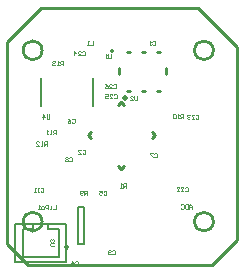
<source format=gbo>
%FSLAX44Y44*%
%MOMM*%
G71*
G01*
G75*
G04 Layer_Color=32896*
%ADD10R,0.5500X0.6000*%
%ADD11R,0.8000X0.8000*%
%ADD12R,0.6000X0.5500*%
%ADD13R,1.4000X1.1500*%
%ADD14R,1.5000X0.3000*%
%ADD15R,0.3000X1.5000*%
G04:AMPARAMS|DCode=16|XSize=1.5mm|YSize=0.3mm|CornerRadius=0mm|HoleSize=0mm|Usage=FLASHONLY|Rotation=90.000|XOffset=0mm|YOffset=0mm|HoleType=Round|Shape=Octagon|*
%AMOCTAGOND16*
4,1,8,0.0750,0.7500,-0.0750,0.7500,-0.1500,0.6750,-0.1500,-0.6750,-0.0750,-0.7500,0.0750,-0.7500,0.1500,-0.6750,0.1500,0.6750,0.0750,0.7500,0.0*
%
%ADD16OCTAGOND16*%

%ADD17C,0.2000*%
%ADD18C,0.5000*%
%ADD19C,0.2540*%
%ADD20C,0.3000*%
%ADD21C,0.2032*%
%ADD22C,0.3048*%
%ADD23C,0.1778*%
%ADD24C,0.3500*%
%ADD25C,0.1800*%
%ADD26R,1.0160X1.5240*%
%ADD27O,1.0160X1.5240*%
%ADD28O,1.5240X1.0160*%
%ADD29R,1.5240X1.0160*%
G04:AMPARAMS|DCode=30|XSize=1.016mm|YSize=1.524mm|CornerRadius=0mm|HoleSize=0mm|Usage=FLASHONLY|Rotation=90.000|XOffset=0mm|YOffset=0mm|HoleType=Round|Shape=Octagon|*
%AMOCTAGOND30*
4,1,8,-0.7620,-0.2540,-0.7620,0.2540,-0.5080,0.5080,0.5080,0.5080,0.7620,0.2540,0.7620,-0.2540,0.5080,-0.5080,-0.5080,-0.5080,-0.7620,-0.2540,0.0*
%
%ADD30OCTAGOND30*%

%ADD31C,0.8000*%
%ADD32C,1.5000*%
%ADD33C,1.0160*%
%ADD34C,1.0000*%
%ADD35C,1.6160*%
%ADD36C,1.4160*%
%ADD37C,2.0160*%
%ADD38R,0.9500X0.9500*%
%ADD39R,1.3000X0.5000*%
%ADD40R,0.5000X1.1000*%
%ADD41R,0.9500X0.9500*%
%ADD42R,0.8000X1.2000*%
%ADD43P,1.3435X4X270.0*%
%ADD44R,0.6000X1.2000*%
G04:AMPARAMS|DCode=45|XSize=0.55mm|YSize=0.6mm|CornerRadius=0mm|HoleSize=0mm|Usage=FLASHONLY|Rotation=135.000|XOffset=0mm|YOffset=0mm|HoleType=Round|Shape=Rectangle|*
%AMROTATEDRECTD45*
4,1,4,0.4066,0.0177,-0.0177,-0.4066,-0.4066,-0.0177,0.0177,0.4066,0.4066,0.0177,0.0*
%
%ADD45ROTATEDRECTD45*%

G04:AMPARAMS|DCode=46|XSize=0.55mm|YSize=0.6mm|CornerRadius=0mm|HoleSize=0mm|Usage=FLASHONLY|Rotation=45.000|XOffset=0mm|YOffset=0mm|HoleType=Round|Shape=Rectangle|*
%AMROTATEDRECTD46*
4,1,4,0.0177,-0.4066,-0.4066,0.0177,-0.0177,0.4066,0.4066,-0.0177,0.0177,-0.4066,0.0*
%
%ADD46ROTATEDRECTD46*%

%ADD47R,1.1000X0.6500*%
G04:AMPARAMS|DCode=48|XSize=0.3454mm|YSize=0.7238mm|CornerRadius=0mm|HoleSize=0mm|Usage=FLASHONLY|Rotation=225.000|XOffset=0mm|YOffset=0mm|HoleType=Round|Shape=Octagon|*
%AMOCTAGOND48*
4,1,8,0.3170,-0.1948,0.1948,-0.3170,0.0727,-0.3170,-0.3170,0.0727,-0.3170,0.1948,-0.1948,0.3170,-0.0727,0.3170,0.3170,-0.0727,0.3170,-0.1948,0.0*
%
%ADD48OCTAGOND48*%

G04:AMPARAMS|DCode=49|XSize=0.3454mm|YSize=0.8mm|CornerRadius=0mm|HoleSize=0mm|Usage=FLASHONLY|Rotation=225.000|XOffset=0mm|YOffset=0mm|HoleType=Round|Shape=Rectangle|*
%AMROTATEDRECTD49*
4,1,4,-0.1607,0.4050,0.4050,-0.1607,0.1607,-0.4050,-0.4050,0.1607,-0.1607,0.4050,0.0*
%
%ADD49ROTATEDRECTD49*%

G04:AMPARAMS|DCode=50|XSize=0.3454mm|YSize=0.8mm|CornerRadius=0mm|HoleSize=0mm|Usage=FLASHONLY|Rotation=135.000|XOffset=0mm|YOffset=0mm|HoleType=Round|Shape=Rectangle|*
%AMROTATEDRECTD50*
4,1,4,0.4050,0.1607,-0.1607,-0.4050,-0.4050,-0.1607,0.1607,0.4050,0.4050,0.1607,0.0*
%
%ADD50ROTATEDRECTD50*%

G04:AMPARAMS|DCode=51|XSize=0.3454mm|YSize=0.8mm|CornerRadius=0mm|HoleSize=0mm|Usage=FLASHONLY|Rotation=135.000|XOffset=0mm|YOffset=0mm|HoleType=Round|Shape=Octagon|*
%AMOCTAGOND51*
4,1,8,-0.2218,-0.3439,-0.3439,-0.2218,-0.3439,-0.0997,0.0997,0.3439,0.2218,0.3439,0.3439,0.2218,0.3439,0.0997,-0.0997,-0.3439,-0.2218,-0.3439,0.0*
%
%ADD51OCTAGOND51*%

G04:AMPARAMS|DCode=52|XSize=0.3454mm|YSize=0.7238mm|CornerRadius=0mm|HoleSize=0mm|Usage=FLASHONLY|Rotation=135.000|XOffset=0mm|YOffset=0mm|HoleType=Round|Shape=Octagon|*
%AMOCTAGOND52*
4,1,8,-0.1948,-0.3170,-0.3170,-0.1948,-0.3170,-0.0727,0.0727,0.3170,0.1948,0.3170,0.3170,0.1948,0.3170,0.0727,-0.0727,-0.3170,-0.1948,-0.3170,0.0*
%
%ADD52OCTAGOND52*%

%ADD53C,0.1700*%
%ADD54C,0.1270*%
%ADD55C,0.1000*%
%ADD56C,0.1524*%
%ADD57C,0.2500*%
%ADD58C,0.1500*%
%ADD59C,0.5080*%
D17*
X-34244Y-91186D02*
X-29244D01*
X-34244Y-60186D02*
X-29244D01*
X-34244Y-91186D02*
Y-60186D01*
X-29244Y-91186D02*
Y-60186D01*
D19*
X80500Y72500D02*
G03*
X80500Y72500I-8000J0D01*
G01*
Y-72500D02*
G03*
X80500Y-72500I-8000J0D01*
G01*
X-64500D02*
G03*
X-64500Y-72500I-8000J0D01*
G01*
Y72500D02*
G03*
X-64500Y72500I-8000J0D01*
G01*
X-93974Y-91434D02*
Y79508D01*
X-65272Y108210D01*
X67570D01*
X100082Y75698D01*
Y-88132D02*
Y75698D01*
X79000Y-109214D02*
X100082Y-88132D01*
X-76194Y-109214D02*
X79000D01*
X-93974Y-91434D02*
X-76194Y-109214D01*
X-6344Y72142D02*
X-5582D01*
Y72650D01*
X-6344D02*
X-5582D01*
X-6344Y72142D02*
Y72650D01*
X32518Y71380D02*
X35058D01*
X19818D02*
X22358D01*
X7118D02*
X9658D01*
X7118Y38360D02*
X9658D01*
X19818D02*
X22358D01*
X32518D02*
X35058D01*
X40138Y52330D02*
Y57410D01*
X768Y52330D02*
Y57410D01*
X-25814Y660D02*
X-23347Y3128D01*
X-25814Y660D02*
X-23347Y-1808D01*
X2470Y28944D02*
X4938Y26477D01*
X2D02*
X2470Y28944D01*
X28286Y-1808D02*
X30754Y660D01*
X28286Y3128D02*
X30754Y660D01*
X2Y-25157D02*
X2470Y-27624D01*
X4938Y-25157D01*
D54*
X-44382Y-106426D02*
Y-74676D01*
X-87122D02*
X-44382D01*
X-59182Y-78486D02*
Y-74676D01*
X-80772Y-78486D02*
X-71882D01*
X-87122Y-106426D02*
Y-74676D01*
X-80772Y-102496D02*
X-50382D01*
Y-78496D01*
X-80772Y-102486D02*
Y-78486D01*
X-59182Y-78496D02*
X-50382D01*
X-71882Y-78486D02*
Y-74676D01*
X-87122Y-106426D02*
X-45212D01*
D55*
X-4105Y43308D02*
X-3521Y43891D01*
X-2355D01*
X-1772Y43308D01*
Y40975D01*
X-2355Y40392D01*
X-3521D01*
X-4105Y40975D01*
X-7603Y40392D02*
X-5271D01*
X-7603Y42725D01*
Y43308D01*
X-7020Y43891D01*
X-5854D01*
X-5271Y43308D01*
X-11102Y43891D02*
X-9936Y43308D01*
X-8770Y42141D01*
Y40975D01*
X-9353Y40392D01*
X-10519D01*
X-11102Y40975D01*
Y41558D01*
X-10519Y42141D01*
X-8770D01*
X-46990Y59944D02*
Y63443D01*
X-48739D01*
X-49323Y62860D01*
Y61693D01*
X-48739Y61110D01*
X-46990D01*
X-48156D02*
X-49323Y59944D01*
X-50489D02*
X-51655D01*
X-51072D01*
Y63443D01*
X-50489Y62860D01*
X-53405D02*
X-53988Y63443D01*
X-55154D01*
X-55737Y62860D01*
Y62277D01*
X-55154Y61693D01*
X-54571D01*
X-55154D01*
X-55737Y61110D01*
Y60527D01*
X-55154Y59944D01*
X-53988D01*
X-53405Y60527D01*
X-58414Y18237D02*
Y15321D01*
X-58997Y14738D01*
X-60163D01*
X-60747Y15321D01*
Y18237D01*
X-63662Y14738D02*
Y18237D01*
X-61913Y16487D01*
X-64245D01*
X-60700Y-8122D02*
Y-4623D01*
X-62449D01*
X-63033Y-5206D01*
Y-6373D01*
X-62449Y-6956D01*
X-60700D01*
X-61866D02*
X-63033Y-8122D01*
X-64199D02*
X-65365D01*
X-64782D01*
Y-4623D01*
X-64199Y-5206D01*
X-69447Y-8122D02*
X-67115D01*
X-69447Y-5789D01*
Y-5206D01*
X-68864Y-4623D01*
X-67698D01*
X-67115Y-5206D01*
X-53080Y1530D02*
Y5029D01*
X-54829D01*
X-55413Y4446D01*
Y3279D01*
X-54829Y2696D01*
X-53080D01*
X-54246D02*
X-55413Y1530D01*
X-56579D02*
X-57745D01*
X-57162D01*
Y5029D01*
X-56579Y4446D01*
X-59495Y1530D02*
X-60661D01*
X-60078D01*
Y5029D01*
X-59495Y4446D01*
X-30781Y71242D02*
X-30197Y71825D01*
X-29031D01*
X-28448Y71242D01*
Y68909D01*
X-29031Y68326D01*
X-30197D01*
X-30781Y68909D01*
X-34279Y68326D02*
X-31947D01*
X-34279Y70659D01*
Y71242D01*
X-33696Y71825D01*
X-32530D01*
X-31947Y71242D01*
X-37195Y68326D02*
Y71825D01*
X-35446Y70075D01*
X-37778D01*
X-3851Y34672D02*
X-3267Y35255D01*
X-2101D01*
X-1518Y34672D01*
Y32339D01*
X-2101Y31756D01*
X-3267D01*
X-3851Y32339D01*
X-7349Y31756D02*
X-5017D01*
X-7349Y34089D01*
Y34672D01*
X-6766Y35255D01*
X-5600D01*
X-5017Y34672D01*
X-10848Y35255D02*
X-8516D01*
Y33505D01*
X-9682Y34089D01*
X-10265D01*
X-10848Y33505D01*
Y32339D01*
X-10265Y31756D01*
X-9099D01*
X-8516Y32339D01*
X54870Y14992D02*
Y18491D01*
X53121D01*
X52537Y17908D01*
Y16741D01*
X53121Y16158D01*
X54870D01*
X53704D02*
X52537Y14992D01*
X51371D02*
X50205D01*
X50788D01*
Y18491D01*
X51371Y17908D01*
X48455D02*
X47872Y18491D01*
X46706D01*
X46123Y17908D01*
Y15575D01*
X46706Y14992D01*
X47872D01*
X48455Y15575D01*
Y17908D01*
X-26664Y-49778D02*
Y-46279D01*
X-28413D01*
X-28997Y-46862D01*
Y-48029D01*
X-28413Y-48612D01*
X-26664D01*
X-27830D02*
X-28997Y-49778D01*
X-30163Y-49195D02*
X-30746Y-49778D01*
X-31912D01*
X-32495Y-49195D01*
Y-46862D01*
X-31912Y-46279D01*
X-30746D01*
X-30163Y-46862D01*
Y-47445D01*
X-30746Y-48029D01*
X-32495D01*
X65491Y17400D02*
X66075Y17983D01*
X67241D01*
X67824Y17400D01*
Y15067D01*
X67241Y14484D01*
X66075D01*
X65491Y15067D01*
X61993Y14484D02*
X64325D01*
X61993Y16817D01*
Y17400D01*
X62576Y17983D01*
X63742D01*
X64325Y17400D01*
X60826D02*
X60243Y17983D01*
X59077D01*
X58494Y17400D01*
Y16817D01*
X59077Y16233D01*
X59660D01*
X59077D01*
X58494Y15650D01*
Y15067D01*
X59077Y14484D01*
X60243D01*
X60826Y15067D01*
X28915Y79884D02*
X29499Y80467D01*
X30665D01*
X31248Y79884D01*
Y77551D01*
X30665Y76968D01*
X29499D01*
X28915Y77551D01*
X27749Y76968D02*
X26583D01*
X27166D01*
Y80467D01*
X27749Y79884D01*
X-53086Y-58477D02*
Y-61976D01*
X-55419D01*
X-56585D02*
X-57751D01*
X-57168D01*
Y-59643D01*
X-56585D01*
X-59501Y-61976D02*
Y-58477D01*
X-61250D01*
X-61833Y-59060D01*
Y-60227D01*
X-61250Y-60810D01*
X-59501D01*
X-63583Y-61976D02*
X-64749D01*
X-65332Y-61393D01*
Y-60227D01*
X-64749Y-59643D01*
X-63583D01*
X-62999Y-60227D01*
Y-61393D01*
X-63583Y-61976D01*
X-66498D02*
X-67665D01*
X-67081D01*
Y-58477D01*
X-66498Y-59060D01*
X-54407Y-92958D02*
X-57323D01*
X-57906Y-92375D01*
Y-91209D01*
X-57323Y-90625D01*
X-54407D01*
X-54990Y-89459D02*
X-54407Y-88876D01*
Y-87710D01*
X-54990Y-87127D01*
X-55573D01*
X-56157Y-87710D01*
Y-88293D01*
Y-87710D01*
X-56740Y-87127D01*
X-57323D01*
X-57906Y-87710D01*
Y-88876D01*
X-57323Y-89459D01*
X-12487Y-47116D02*
X-11903Y-46533D01*
X-10737D01*
X-10154Y-47116D01*
Y-49449D01*
X-10737Y-50032D01*
X-11903D01*
X-12487Y-49449D01*
X-15985Y-46533D02*
X-13653D01*
Y-48283D01*
X-14819Y-47699D01*
X-15402D01*
X-15985Y-48283D01*
Y-49449D01*
X-15402Y-50032D01*
X-14236D01*
X-13653Y-49449D01*
X-36617Y-106552D02*
X-36033Y-105969D01*
X-34867D01*
X-34284Y-106552D01*
Y-108885D01*
X-34867Y-109468D01*
X-36033D01*
X-36617Y-108885D01*
X-39532Y-109468D02*
Y-105969D01*
X-37783Y-107719D01*
X-40115D01*
X-5121Y-97408D02*
X-4537Y-96825D01*
X-3371D01*
X-2788Y-97408D01*
Y-99741D01*
X-3371Y-100324D01*
X-4537D01*
X-5121Y-99741D01*
X-6287Y-97408D02*
X-6870Y-96825D01*
X-8036D01*
X-8619Y-97408D01*
Y-97991D01*
X-8036Y-98575D01*
X-7453D01*
X-8036D01*
X-8619Y-99158D01*
Y-99741D01*
X-8036Y-100324D01*
X-6870D01*
X-6287Y-99741D01*
X-21584Y80721D02*
Y77222D01*
X-23917D01*
X-25083D02*
X-26249D01*
X-25666D01*
Y80721D01*
X-25083Y80138D01*
X-6090Y69291D02*
Y66375D01*
X-6673Y65792D01*
X-7839D01*
X-8423Y66375D01*
Y69291D01*
X-9589Y65792D02*
X-10755D01*
X-10172D01*
Y69291D01*
X-9589Y68708D01*
X-30267Y-12064D02*
X-29683Y-11481D01*
X-28517D01*
X-27934Y-12064D01*
Y-14397D01*
X-28517Y-14980D01*
X-29683D01*
X-30267Y-14397D01*
X-33765Y-14980D02*
X-31433D01*
X-33765Y-12647D01*
Y-12064D01*
X-33182Y-11481D01*
X-32016D01*
X-31433Y-12064D01*
X-39411Y14098D02*
X-38827Y14681D01*
X-37661D01*
X-37078Y14098D01*
Y11765D01*
X-37661Y11182D01*
X-38827D01*
X-39411Y11765D01*
X-42909Y14681D02*
X-41743Y14098D01*
X-40577Y12931D01*
Y11765D01*
X-41160Y11182D01*
X-42326D01*
X-42909Y11765D01*
Y12348D01*
X-42326Y12931D01*
X-40577D01*
X30439Y-15112D02*
X31023Y-14529D01*
X32189D01*
X32772Y-15112D01*
Y-17445D01*
X32189Y-18028D01*
X31023D01*
X30439Y-17445D01*
X29273Y-14529D02*
X26941D01*
Y-15112D01*
X29273Y-17445D01*
Y-18028D01*
X6356Y-43682D02*
Y-40183D01*
X4607D01*
X4023Y-40766D01*
Y-41933D01*
X4607Y-42516D01*
X6356D01*
X5190D02*
X4023Y-43682D01*
X2857D02*
X1691D01*
X2274D01*
Y-40183D01*
X2857Y-40766D01*
X16008Y33985D02*
Y31069D01*
X15425Y30486D01*
X14259D01*
X13675Y31069D01*
Y33985D01*
X10177Y30486D02*
X12509D01*
X10177Y32819D01*
Y33402D01*
X10760Y33985D01*
X11926D01*
X12509Y33402D01*
X62230Y-61468D02*
Y-59135D01*
X61064Y-57969D01*
X59897Y-59135D01*
Y-61468D01*
Y-59719D01*
X62230D01*
X58731Y-57969D02*
Y-61468D01*
X56982D01*
X56399Y-60885D01*
Y-58552D01*
X56982Y-57969D01*
X58731D01*
X52900Y-58552D02*
X53483Y-57969D01*
X54649D01*
X55232Y-58552D01*
Y-60885D01*
X54649Y-61468D01*
X53483D01*
X52900Y-60885D01*
X56347Y-43814D02*
X56931Y-43231D01*
X58097D01*
X58680Y-43814D01*
Y-46147D01*
X58097Y-46730D01*
X56931D01*
X56347Y-46147D01*
X52849Y-46730D02*
X55181D01*
X52849Y-44397D01*
Y-43814D01*
X53432Y-43231D01*
X54598D01*
X55181Y-43814D01*
X49350Y-46730D02*
X51682D01*
X49350Y-44397D01*
Y-43814D01*
X49933Y-43231D01*
X51099D01*
X51682Y-43814D01*
X-41697Y-18414D02*
X-41113Y-17831D01*
X-39947D01*
X-39364Y-18414D01*
Y-20747D01*
X-39947Y-21330D01*
X-41113D01*
X-41697Y-20747D01*
X-42863Y-18414D02*
X-43446Y-17831D01*
X-44612D01*
X-45195Y-18414D01*
Y-18997D01*
X-44612Y-19581D01*
X-45195Y-20164D01*
Y-20747D01*
X-44612Y-21330D01*
X-43446D01*
X-42863Y-20747D01*
Y-20164D01*
X-43446Y-19581D01*
X-42863Y-18997D01*
Y-18414D01*
X-43446Y-19581D02*
X-44612D01*
X-65827Y-44322D02*
X-65243Y-43739D01*
X-64077D01*
X-63494Y-44322D01*
Y-46655D01*
X-64077Y-47238D01*
X-65243D01*
X-65827Y-46655D01*
X-66993Y-47238D02*
X-68159D01*
X-67576D01*
Y-43739D01*
X-66993Y-44322D01*
X-69909Y-47238D02*
X-71075D01*
X-70492D01*
Y-43739D01*
X-69909Y-44322D01*
D57*
X-42494Y-93936D02*
G03*
X-42494Y-93936I-1250J0D01*
G01*
D58*
X-65682Y25344D02*
Y49344D01*
X-21682Y25344D02*
Y49344D01*
D59*
X5668Y31936D02*
X5848Y31756D01*
M02*

</source>
